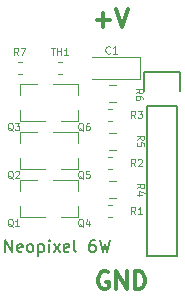
<source format=gbr>
G04 #@! TF.GenerationSoftware,KiCad,Pcbnew,(5.0.0)*
G04 #@! TF.CreationDate,2018-11-06T13:04:42+03:00*
G04 #@! TF.ProjectId,NeoP_6W,4E656F505F36572E6B696361645F7063,rev?*
G04 #@! TF.SameCoordinates,Original*
G04 #@! TF.FileFunction,Legend,Top*
G04 #@! TF.FilePolarity,Positive*
%FSLAX46Y46*%
G04 Gerber Fmt 4.6, Leading zero omitted, Abs format (unit mm)*
G04 Created by KiCad (PCBNEW (5.0.0)) date 11/06/18 13:04:42*
%MOMM*%
%LPD*%
G01*
G04 APERTURE LIST*
%ADD10C,0.300000*%
%ADD11C,0.150000*%
%ADD12C,0.120000*%
%ADD13C,0.100000*%
G04 APERTURE END LIST*
D10*
D11*
X108395047Y-98115380D02*
X108395047Y-97115380D01*
X108966476Y-98115380D01*
X108966476Y-97115380D01*
X109823619Y-98067761D02*
X109728380Y-98115380D01*
X109537904Y-98115380D01*
X109442666Y-98067761D01*
X109395047Y-97972523D01*
X109395047Y-97591571D01*
X109442666Y-97496333D01*
X109537904Y-97448714D01*
X109728380Y-97448714D01*
X109823619Y-97496333D01*
X109871238Y-97591571D01*
X109871238Y-97686809D01*
X109395047Y-97782047D01*
X110442666Y-98115380D02*
X110347428Y-98067761D01*
X110299809Y-98020142D01*
X110252190Y-97924904D01*
X110252190Y-97639190D01*
X110299809Y-97543952D01*
X110347428Y-97496333D01*
X110442666Y-97448714D01*
X110585523Y-97448714D01*
X110680761Y-97496333D01*
X110728380Y-97543952D01*
X110776000Y-97639190D01*
X110776000Y-97924904D01*
X110728380Y-98020142D01*
X110680761Y-98067761D01*
X110585523Y-98115380D01*
X110442666Y-98115380D01*
X111204571Y-97448714D02*
X111204571Y-98448714D01*
X111204571Y-97496333D02*
X111299809Y-97448714D01*
X111490285Y-97448714D01*
X111585523Y-97496333D01*
X111633142Y-97543952D01*
X111680761Y-97639190D01*
X111680761Y-97924904D01*
X111633142Y-98020142D01*
X111585523Y-98067761D01*
X111490285Y-98115380D01*
X111299809Y-98115380D01*
X111204571Y-98067761D01*
X112109333Y-98115380D02*
X112109333Y-97448714D01*
X112109333Y-97115380D02*
X112061714Y-97163000D01*
X112109333Y-97210619D01*
X112156952Y-97163000D01*
X112109333Y-97115380D01*
X112109333Y-97210619D01*
X112490285Y-98115380D02*
X113014095Y-97448714D01*
X112490285Y-97448714D02*
X113014095Y-98115380D01*
X113776000Y-98067761D02*
X113680761Y-98115380D01*
X113490285Y-98115380D01*
X113395047Y-98067761D01*
X113347428Y-97972523D01*
X113347428Y-97591571D01*
X113395047Y-97496333D01*
X113490285Y-97448714D01*
X113680761Y-97448714D01*
X113776000Y-97496333D01*
X113823619Y-97591571D01*
X113823619Y-97686809D01*
X113347428Y-97782047D01*
X114395047Y-98115380D02*
X114299809Y-98067761D01*
X114252190Y-97972523D01*
X114252190Y-97115380D01*
X115966476Y-97115380D02*
X115776000Y-97115380D01*
X115680761Y-97163000D01*
X115633142Y-97210619D01*
X115537904Y-97353476D01*
X115490285Y-97543952D01*
X115490285Y-97924904D01*
X115537904Y-98020142D01*
X115585523Y-98067761D01*
X115680761Y-98115380D01*
X115871238Y-98115380D01*
X115966476Y-98067761D01*
X116014095Y-98020142D01*
X116061714Y-97924904D01*
X116061714Y-97686809D01*
X116014095Y-97591571D01*
X115966476Y-97543952D01*
X115871238Y-97496333D01*
X115680761Y-97496333D01*
X115585523Y-97543952D01*
X115537904Y-97591571D01*
X115490285Y-97686809D01*
X116395047Y-97115380D02*
X116633142Y-98115380D01*
X116823619Y-97401095D01*
X117014095Y-98115380D01*
X117252190Y-97115380D01*
D10*
X117094142Y-99834000D02*
X116951285Y-99762571D01*
X116737000Y-99762571D01*
X116522714Y-99834000D01*
X116379857Y-99976857D01*
X116308428Y-100119714D01*
X116237000Y-100405428D01*
X116237000Y-100619714D01*
X116308428Y-100905428D01*
X116379857Y-101048285D01*
X116522714Y-101191142D01*
X116737000Y-101262571D01*
X116879857Y-101262571D01*
X117094142Y-101191142D01*
X117165571Y-101119714D01*
X117165571Y-100619714D01*
X116879857Y-100619714D01*
X117808428Y-101262571D02*
X117808428Y-99762571D01*
X118665571Y-101262571D01*
X118665571Y-99762571D01*
X119379857Y-101262571D02*
X119379857Y-99762571D01*
X119737000Y-99762571D01*
X119951285Y-99834000D01*
X120094142Y-99976857D01*
X120165571Y-100119714D01*
X120237000Y-100405428D01*
X120237000Y-100619714D01*
X120165571Y-100905428D01*
X120094142Y-101048285D01*
X119951285Y-101191142D01*
X119737000Y-101262571D01*
X119379857Y-101262571D01*
X116133714Y-78466142D02*
X117276571Y-78466142D01*
X116705142Y-79037571D02*
X116705142Y-77894714D01*
X117776571Y-77537571D02*
X118276571Y-79037571D01*
X118776571Y-77537571D01*
D11*
G04 #@! TO.C,J1*
X122936000Y-85725000D02*
X122936000Y-98425000D01*
X122936000Y-98425000D02*
X120396000Y-98425000D01*
X120396000Y-98425000D02*
X120396000Y-85725000D01*
X123216000Y-82905000D02*
X123216000Y-84455000D01*
X122936000Y-85725000D02*
X120396000Y-85725000D01*
X120116000Y-84455000D02*
X120116000Y-82905000D01*
X120116000Y-82905000D02*
X123216000Y-82905000D01*
D12*
G04 #@! TO.C,Q4*
X114552000Y-95195000D02*
X114552000Y-94265000D01*
X114552000Y-92035000D02*
X114552000Y-92965000D01*
X114552000Y-92035000D02*
X112392000Y-92035000D01*
X114552000Y-95195000D02*
X113092000Y-95195000D01*
G04 #@! TO.C,C1*
X115748000Y-83501000D02*
X119833000Y-83501000D01*
X119833000Y-83501000D02*
X119833000Y-81631000D01*
X119833000Y-81631000D02*
X115748000Y-81631000D01*
G04 #@! TO.C,Q1*
X109603000Y-92035000D02*
X109603000Y-92965000D01*
X109603000Y-95195000D02*
X109603000Y-94265000D01*
X109603000Y-95195000D02*
X111763000Y-95195000D01*
X109603000Y-92035000D02*
X111063000Y-92035000D01*
G04 #@! TO.C,Q2*
X109603000Y-87971000D02*
X111063000Y-87971000D01*
X109603000Y-91131000D02*
X111763000Y-91131000D01*
X109603000Y-91131000D02*
X109603000Y-90201000D01*
X109603000Y-87971000D02*
X109603000Y-88901000D01*
G04 #@! TO.C,Q3*
X109603000Y-83907000D02*
X111063000Y-83907000D01*
X109603000Y-87067000D02*
X111763000Y-87067000D01*
X109603000Y-87067000D02*
X109603000Y-86137000D01*
X109603000Y-83907000D02*
X109603000Y-84837000D01*
G04 #@! TO.C,Q5*
X114552000Y-91131000D02*
X114552000Y-90201000D01*
X114552000Y-87971000D02*
X114552000Y-88901000D01*
X114552000Y-87971000D02*
X112392000Y-87971000D01*
X114552000Y-91131000D02*
X113092000Y-91131000D01*
G04 #@! TO.C,Q6*
X114552000Y-87067000D02*
X114552000Y-86137000D01*
X114552000Y-83907000D02*
X114552000Y-84837000D01*
X114552000Y-83907000D02*
X112392000Y-83907000D01*
X114552000Y-87067000D02*
X113092000Y-87067000D01*
G04 #@! TO.C,R1*
X117049733Y-94121000D02*
X117392267Y-94121000D01*
X117049733Y-95141000D02*
X117392267Y-95141000D01*
G04 #@! TO.C,R2*
X117049733Y-91077000D02*
X117392267Y-91077000D01*
X117049733Y-90057000D02*
X117392267Y-90057000D01*
G04 #@! TO.C,R3*
X117049733Y-85993000D02*
X117392267Y-85993000D01*
X117049733Y-87013000D02*
X117392267Y-87013000D01*
G04 #@! TO.C,R4*
X117736252Y-93563000D02*
X117213748Y-93563000D01*
X117736252Y-92143000D02*
X117213748Y-92143000D01*
G04 #@! TO.C,R5*
X117736252Y-88079000D02*
X117213748Y-88079000D01*
X117736252Y-89499000D02*
X117213748Y-89499000D01*
G04 #@! TO.C,R6*
X117736252Y-85435000D02*
X117213748Y-85435000D01*
X117736252Y-84015000D02*
X117213748Y-84015000D01*
G04 #@! TO.C,R7*
X109772267Y-82056000D02*
X109429733Y-82056000D01*
X109772267Y-83076000D02*
X109429733Y-83076000D01*
G04 #@! TO.C,TH1*
X112858733Y-82056000D02*
X113201267Y-82056000D01*
X112858733Y-83076000D02*
X113201267Y-83076000D01*
G04 #@! TO.C,Q4*
D13*
X115004857Y-95975571D02*
X114947714Y-95947000D01*
X114890571Y-95889857D01*
X114804857Y-95804142D01*
X114747714Y-95775571D01*
X114690571Y-95775571D01*
X114719142Y-95918428D02*
X114662000Y-95889857D01*
X114604857Y-95832714D01*
X114576285Y-95718428D01*
X114576285Y-95518428D01*
X114604857Y-95404142D01*
X114662000Y-95347000D01*
X114719142Y-95318428D01*
X114833428Y-95318428D01*
X114890571Y-95347000D01*
X114947714Y-95404142D01*
X114976285Y-95518428D01*
X114976285Y-95718428D01*
X114947714Y-95832714D01*
X114890571Y-95889857D01*
X114833428Y-95918428D01*
X114719142Y-95918428D01*
X115490571Y-95518428D02*
X115490571Y-95918428D01*
X115347714Y-95289857D02*
X115204857Y-95718428D01*
X115576285Y-95718428D01*
G04 #@! TO.C,C1*
X117248000Y-81256285D02*
X117219428Y-81284857D01*
X117133714Y-81313428D01*
X117076571Y-81313428D01*
X116990857Y-81284857D01*
X116933714Y-81227714D01*
X116905142Y-81170571D01*
X116876571Y-81056285D01*
X116876571Y-80970571D01*
X116905142Y-80856285D01*
X116933714Y-80799142D01*
X116990857Y-80742000D01*
X117076571Y-80713428D01*
X117133714Y-80713428D01*
X117219428Y-80742000D01*
X117248000Y-80770571D01*
X117819428Y-81313428D02*
X117476571Y-81313428D01*
X117648000Y-81313428D02*
X117648000Y-80713428D01*
X117590857Y-80799142D01*
X117533714Y-80856285D01*
X117476571Y-80884857D01*
G04 #@! TO.C,Q1*
X109035857Y-95975571D02*
X108978714Y-95947000D01*
X108921571Y-95889857D01*
X108835857Y-95804142D01*
X108778714Y-95775571D01*
X108721571Y-95775571D01*
X108750142Y-95918428D02*
X108693000Y-95889857D01*
X108635857Y-95832714D01*
X108607285Y-95718428D01*
X108607285Y-95518428D01*
X108635857Y-95404142D01*
X108693000Y-95347000D01*
X108750142Y-95318428D01*
X108864428Y-95318428D01*
X108921571Y-95347000D01*
X108978714Y-95404142D01*
X109007285Y-95518428D01*
X109007285Y-95718428D01*
X108978714Y-95832714D01*
X108921571Y-95889857D01*
X108864428Y-95918428D01*
X108750142Y-95918428D01*
X109578714Y-95918428D02*
X109235857Y-95918428D01*
X109407285Y-95918428D02*
X109407285Y-95318428D01*
X109350142Y-95404142D01*
X109293000Y-95461285D01*
X109235857Y-95489857D01*
G04 #@! TO.C,Q2*
X109035857Y-91911571D02*
X108978714Y-91883000D01*
X108921571Y-91825857D01*
X108835857Y-91740142D01*
X108778714Y-91711571D01*
X108721571Y-91711571D01*
X108750142Y-91854428D02*
X108693000Y-91825857D01*
X108635857Y-91768714D01*
X108607285Y-91654428D01*
X108607285Y-91454428D01*
X108635857Y-91340142D01*
X108693000Y-91283000D01*
X108750142Y-91254428D01*
X108864428Y-91254428D01*
X108921571Y-91283000D01*
X108978714Y-91340142D01*
X109007285Y-91454428D01*
X109007285Y-91654428D01*
X108978714Y-91768714D01*
X108921571Y-91825857D01*
X108864428Y-91854428D01*
X108750142Y-91854428D01*
X109235857Y-91311571D02*
X109264428Y-91283000D01*
X109321571Y-91254428D01*
X109464428Y-91254428D01*
X109521571Y-91283000D01*
X109550142Y-91311571D01*
X109578714Y-91368714D01*
X109578714Y-91425857D01*
X109550142Y-91511571D01*
X109207285Y-91854428D01*
X109578714Y-91854428D01*
G04 #@! TO.C,Q3*
X109035857Y-87847571D02*
X108978714Y-87819000D01*
X108921571Y-87761857D01*
X108835857Y-87676142D01*
X108778714Y-87647571D01*
X108721571Y-87647571D01*
X108750142Y-87790428D02*
X108693000Y-87761857D01*
X108635857Y-87704714D01*
X108607285Y-87590428D01*
X108607285Y-87390428D01*
X108635857Y-87276142D01*
X108693000Y-87219000D01*
X108750142Y-87190428D01*
X108864428Y-87190428D01*
X108921571Y-87219000D01*
X108978714Y-87276142D01*
X109007285Y-87390428D01*
X109007285Y-87590428D01*
X108978714Y-87704714D01*
X108921571Y-87761857D01*
X108864428Y-87790428D01*
X108750142Y-87790428D01*
X109207285Y-87190428D02*
X109578714Y-87190428D01*
X109378714Y-87419000D01*
X109464428Y-87419000D01*
X109521571Y-87447571D01*
X109550142Y-87476142D01*
X109578714Y-87533285D01*
X109578714Y-87676142D01*
X109550142Y-87733285D01*
X109521571Y-87761857D01*
X109464428Y-87790428D01*
X109293000Y-87790428D01*
X109235857Y-87761857D01*
X109207285Y-87733285D01*
G04 #@! TO.C,Q5*
X115004857Y-91911571D02*
X114947714Y-91883000D01*
X114890571Y-91825857D01*
X114804857Y-91740142D01*
X114747714Y-91711571D01*
X114690571Y-91711571D01*
X114719142Y-91854428D02*
X114662000Y-91825857D01*
X114604857Y-91768714D01*
X114576285Y-91654428D01*
X114576285Y-91454428D01*
X114604857Y-91340142D01*
X114662000Y-91283000D01*
X114719142Y-91254428D01*
X114833428Y-91254428D01*
X114890571Y-91283000D01*
X114947714Y-91340142D01*
X114976285Y-91454428D01*
X114976285Y-91654428D01*
X114947714Y-91768714D01*
X114890571Y-91825857D01*
X114833428Y-91854428D01*
X114719142Y-91854428D01*
X115519142Y-91254428D02*
X115233428Y-91254428D01*
X115204857Y-91540142D01*
X115233428Y-91511571D01*
X115290571Y-91483000D01*
X115433428Y-91483000D01*
X115490571Y-91511571D01*
X115519142Y-91540142D01*
X115547714Y-91597285D01*
X115547714Y-91740142D01*
X115519142Y-91797285D01*
X115490571Y-91825857D01*
X115433428Y-91854428D01*
X115290571Y-91854428D01*
X115233428Y-91825857D01*
X115204857Y-91797285D01*
G04 #@! TO.C,Q6*
X115004857Y-87847571D02*
X114947714Y-87819000D01*
X114890571Y-87761857D01*
X114804857Y-87676142D01*
X114747714Y-87647571D01*
X114690571Y-87647571D01*
X114719142Y-87790428D02*
X114662000Y-87761857D01*
X114604857Y-87704714D01*
X114576285Y-87590428D01*
X114576285Y-87390428D01*
X114604857Y-87276142D01*
X114662000Y-87219000D01*
X114719142Y-87190428D01*
X114833428Y-87190428D01*
X114890571Y-87219000D01*
X114947714Y-87276142D01*
X114976285Y-87390428D01*
X114976285Y-87590428D01*
X114947714Y-87704714D01*
X114890571Y-87761857D01*
X114833428Y-87790428D01*
X114719142Y-87790428D01*
X115490571Y-87190428D02*
X115376285Y-87190428D01*
X115319142Y-87219000D01*
X115290571Y-87247571D01*
X115233428Y-87333285D01*
X115204857Y-87447571D01*
X115204857Y-87676142D01*
X115233428Y-87733285D01*
X115262000Y-87761857D01*
X115319142Y-87790428D01*
X115433428Y-87790428D01*
X115490571Y-87761857D01*
X115519142Y-87733285D01*
X115547714Y-87676142D01*
X115547714Y-87533285D01*
X115519142Y-87476142D01*
X115490571Y-87447571D01*
X115433428Y-87419000D01*
X115319142Y-87419000D01*
X115262000Y-87447571D01*
X115233428Y-87476142D01*
X115204857Y-87533285D01*
G04 #@! TO.C,R1*
X119407000Y-94902428D02*
X119207000Y-94616714D01*
X119064142Y-94902428D02*
X119064142Y-94302428D01*
X119292714Y-94302428D01*
X119349857Y-94331000D01*
X119378428Y-94359571D01*
X119407000Y-94416714D01*
X119407000Y-94502428D01*
X119378428Y-94559571D01*
X119349857Y-94588142D01*
X119292714Y-94616714D01*
X119064142Y-94616714D01*
X119978428Y-94902428D02*
X119635571Y-94902428D01*
X119807000Y-94902428D02*
X119807000Y-94302428D01*
X119749857Y-94388142D01*
X119692714Y-94445285D01*
X119635571Y-94473857D01*
G04 #@! TO.C,R2*
X119407000Y-90838428D02*
X119207000Y-90552714D01*
X119064142Y-90838428D02*
X119064142Y-90238428D01*
X119292714Y-90238428D01*
X119349857Y-90267000D01*
X119378428Y-90295571D01*
X119407000Y-90352714D01*
X119407000Y-90438428D01*
X119378428Y-90495571D01*
X119349857Y-90524142D01*
X119292714Y-90552714D01*
X119064142Y-90552714D01*
X119635571Y-90295571D02*
X119664142Y-90267000D01*
X119721285Y-90238428D01*
X119864142Y-90238428D01*
X119921285Y-90267000D01*
X119949857Y-90295571D01*
X119978428Y-90352714D01*
X119978428Y-90409857D01*
X119949857Y-90495571D01*
X119607000Y-90838428D01*
X119978428Y-90838428D01*
G04 #@! TO.C,R3*
X119407000Y-86774428D02*
X119207000Y-86488714D01*
X119064142Y-86774428D02*
X119064142Y-86174428D01*
X119292714Y-86174428D01*
X119349857Y-86203000D01*
X119378428Y-86231571D01*
X119407000Y-86288714D01*
X119407000Y-86374428D01*
X119378428Y-86431571D01*
X119349857Y-86460142D01*
X119292714Y-86488714D01*
X119064142Y-86488714D01*
X119607000Y-86174428D02*
X119978428Y-86174428D01*
X119778428Y-86403000D01*
X119864142Y-86403000D01*
X119921285Y-86431571D01*
X119949857Y-86460142D01*
X119978428Y-86517285D01*
X119978428Y-86660142D01*
X119949857Y-86717285D01*
X119921285Y-86745857D01*
X119864142Y-86774428D01*
X119692714Y-86774428D01*
X119635571Y-86745857D01*
X119607000Y-86717285D01*
G04 #@! TO.C,R4*
X119553071Y-92737000D02*
X119838785Y-92537000D01*
X119553071Y-92394142D02*
X120153071Y-92394142D01*
X120153071Y-92622714D01*
X120124500Y-92679857D01*
X120095928Y-92708428D01*
X120038785Y-92737000D01*
X119953071Y-92737000D01*
X119895928Y-92708428D01*
X119867357Y-92679857D01*
X119838785Y-92622714D01*
X119838785Y-92394142D01*
X119953071Y-93251285D02*
X119553071Y-93251285D01*
X120181642Y-93108428D02*
X119753071Y-92965571D01*
X119753071Y-93337000D01*
G04 #@! TO.C,R5*
X119553071Y-88609500D02*
X119838785Y-88409500D01*
X119553071Y-88266642D02*
X120153071Y-88266642D01*
X120153071Y-88495214D01*
X120124500Y-88552357D01*
X120095928Y-88580928D01*
X120038785Y-88609500D01*
X119953071Y-88609500D01*
X119895928Y-88580928D01*
X119867357Y-88552357D01*
X119838785Y-88495214D01*
X119838785Y-88266642D01*
X120153071Y-89152357D02*
X120153071Y-88866642D01*
X119867357Y-88838071D01*
X119895928Y-88866642D01*
X119924500Y-88923785D01*
X119924500Y-89066642D01*
X119895928Y-89123785D01*
X119867357Y-89152357D01*
X119810214Y-89180928D01*
X119667357Y-89180928D01*
X119610214Y-89152357D01*
X119581642Y-89123785D01*
X119553071Y-89066642D01*
X119553071Y-88923785D01*
X119581642Y-88866642D01*
X119610214Y-88838071D01*
G04 #@! TO.C,R6*
X119426071Y-84672500D02*
X119711785Y-84472500D01*
X119426071Y-84329642D02*
X120026071Y-84329642D01*
X120026071Y-84558214D01*
X119997500Y-84615357D01*
X119968928Y-84643928D01*
X119911785Y-84672500D01*
X119826071Y-84672500D01*
X119768928Y-84643928D01*
X119740357Y-84615357D01*
X119711785Y-84558214D01*
X119711785Y-84329642D01*
X120026071Y-85186785D02*
X120026071Y-85072500D01*
X119997500Y-85015357D01*
X119968928Y-84986785D01*
X119883214Y-84929642D01*
X119768928Y-84901071D01*
X119540357Y-84901071D01*
X119483214Y-84929642D01*
X119454642Y-84958214D01*
X119426071Y-85015357D01*
X119426071Y-85129642D01*
X119454642Y-85186785D01*
X119483214Y-85215357D01*
X119540357Y-85243928D01*
X119683214Y-85243928D01*
X119740357Y-85215357D01*
X119768928Y-85186785D01*
X119797500Y-85129642D01*
X119797500Y-85015357D01*
X119768928Y-84958214D01*
X119740357Y-84929642D01*
X119683214Y-84901071D01*
G04 #@! TO.C,R7*
X109501000Y-81440428D02*
X109301000Y-81154714D01*
X109158142Y-81440428D02*
X109158142Y-80840428D01*
X109386714Y-80840428D01*
X109443857Y-80869000D01*
X109472428Y-80897571D01*
X109501000Y-80954714D01*
X109501000Y-81040428D01*
X109472428Y-81097571D01*
X109443857Y-81126142D01*
X109386714Y-81154714D01*
X109158142Y-81154714D01*
X109701000Y-80840428D02*
X110101000Y-80840428D01*
X109843857Y-81440428D01*
G04 #@! TO.C,TH1*
X112258571Y-80840428D02*
X112601428Y-80840428D01*
X112430000Y-81440428D02*
X112430000Y-80840428D01*
X112801428Y-81440428D02*
X112801428Y-80840428D01*
X112801428Y-81126142D02*
X113144285Y-81126142D01*
X113144285Y-81440428D02*
X113144285Y-80840428D01*
X113744285Y-81440428D02*
X113401428Y-81440428D01*
X113572857Y-81440428D02*
X113572857Y-80840428D01*
X113515714Y-80926142D01*
X113458571Y-80983285D01*
X113401428Y-81011857D01*
G04 #@! TD*
M02*

</source>
